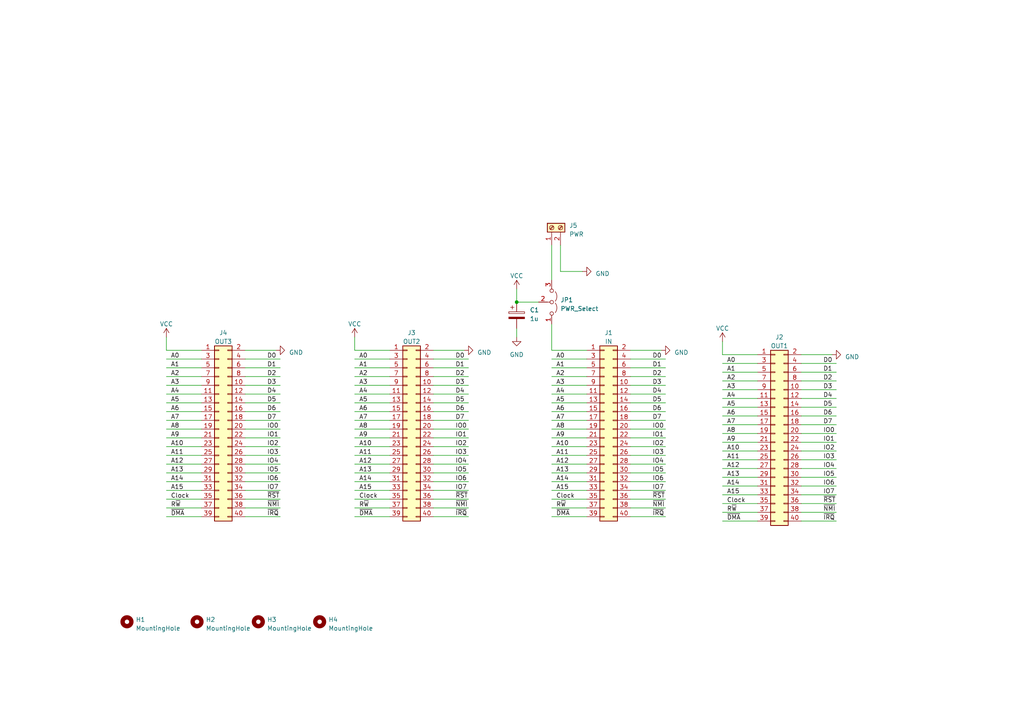
<source format=kicad_sch>
(kicad_sch (version 20230121) (generator eeschema)
  (paper "A4")
  (lib_symbols
    (symbol "Connector:Screw_Terminal_01x02" (pin_names (offset 1.016) hide)
      (property "Reference" "J" (at 0 2.54 0))
      (property "Value" "Screw_Terminal_01x02" (at 0 -5.08 0))
      (symbol "Screw_Terminal_01x02_1_1"
        (rectangle (start -1.27 1.27) (end 1.27 -3.81) (stroke (width 0.254)) (fill (type background)))
        (circle (center 0 -2.54) (radius 0.635) (stroke (width 0.1524)))
        (polyline (pts (xy -0.5334 -2.2098) (xy 0.3302 -3.048)) (stroke (width 0.1524)))
        (polyline (pts (xy -0.5334 0.3302) (xy 0.3302 -0.508)) (stroke (width 0.1524)))
        (polyline (pts (xy -0.3556 -2.032) (xy 0.508 -2.8702)) (stroke (width 0.1524)))
        (polyline (pts (xy -0.3556 0.508) (xy 0.508 -0.3302)) (stroke (width 0.1524)))
        (circle (center 0 0) (radius 0.635) (stroke (width 0.1524)))
        (pin passive line (at -5.08 0 0) (length 3.81) (name "Pin_1") (number "1"))
        (pin passive line (at -5.08 -2.54 0) (length 3.81) (name "Pin_2") (number "2"))
      )
    )
    (symbol "Connector_Generic:Conn_02x20_Odd_Even" (pin_names (offset 1.016) hide)
      (property "Reference" "J" (at 1.27 25.4 0))
      (property "Value" "Conn_02x20_Odd_Even" (at 1.27 -27.94 0))
      (symbol "Conn_02x20_Odd_Even_1_1"
        (rectangle (start -1.27 -25.273) (end 0 -25.527) (stroke (width 0.1524)))
        (rectangle (start -1.27 -22.733) (end 0 -22.987) (stroke (width 0.1524)))
        (rectangle (start -1.27 -20.193) (end 0 -20.447) (stroke (width 0.1524)))
        (rectangle (start -1.27 -17.653) (end 0 -17.907) (stroke (width 0.1524)))
        (rectangle (start -1.27 -15.113) (end 0 -15.367) (stroke (width 0.1524)))
        (rectangle (start -1.27 -12.573) (end 0 -12.827) (stroke (width 0.1524)))
        (rectangle (start -1.27 -10.033) (end 0 -10.287) (stroke (width 0.1524)))
        (rectangle (start -1.27 -7.493) (end 0 -7.747) (stroke (width 0.1524)))
        (rectangle (start -1.27 -4.953) (end 0 -5.207) (stroke (width 0.1524)))
        (rectangle (start -1.27 -2.413) (end 0 -2.667) (stroke (width 0.1524)))
        (rectangle (start -1.27 0.127) (end 0 -0.127) (stroke (width 0.1524)))
        (rectangle (start -1.27 2.667) (end 0 2.413) (stroke (width 0.1524)))
        (rectangle (start -1.27 5.207) (end 0 4.953) (stroke (width 0.1524)))
        (rectangle (start -1.27 7.747) (end 0 7.493) (stroke (width 0.1524)))
        (rectangle (start -1.27 10.287) (end 0 10.033) (stroke (width 0.1524)))
        (rectangle (start -1.27 12.827) (end 0 12.573) (stroke (width 0.1524)))
        (rectangle (start -1.27 15.367) (end 0 15.113) (stroke (width 0.1524)))
        (rectangle (start -1.27 17.907) (end 0 17.653) (stroke (width 0.1524)))
        (rectangle (start -1.27 20.447) (end 0 20.193) (stroke (width 0.1524)))
        (rectangle (start -1.27 22.987) (end 0 22.733) (stroke (width 0.1524)))
        (rectangle (start -1.27 24.13) (end 3.81 -26.67) (stroke (width 0.254)) (fill (type background)))
        (rectangle (start 3.81 -25.273) (end 2.54 -25.527) (stroke (width 0.1524)))
        (rectangle (start 3.81 -22.733) (end 2.54 -22.987) (stroke (width 0.1524)))
        (rectangle (start 3.81 -20.193) (end 2.54 -20.447) (stroke (width 0.1524)))
        (rectangle (start 3.81 -17.653) (end 2.54 -17.907) (stroke (width 0.1524)))
        (rectangle (start 3.81 -15.113) (end 2.54 -15.367) (stroke (width 0.1524)))
        (rectangle (start 3.81 -12.573) (end 2.54 -12.827) (stroke (width 0.1524)))
        (rectangle (start 3.81 -10.033) (end 2.54 -10.287) (stroke (width 0.1524)))
        (rectangle (start 3.81 -7.493) (end 2.54 -7.747) (stroke (width 0.1524)))
        (rectangle (start 3.81 -4.953) (end 2.54 -5.207) (stroke (width 0.1524)))
        (rectangle (start 3.81 -2.413) (end 2.54 -2.667) (stroke (width 0.1524)))
        (rectangle (start 3.81 0.127) (end 2.54 -0.127) (stroke (width 0.1524)))
        (rectangle (start 3.81 2.667) (end 2.54 2.413) (stroke (width 0.1524)))
        (rectangle (start 3.81 5.207) (end 2.54 4.953) (stroke (width 0.1524)))
        (rectangle (start 3.81 7.747) (end 2.54 7.493) (stroke (width 0.1524)))
        (rectangle (start 3.81 10.287) (end 2.54 10.033) (stroke (width 0.1524)))
        (rectangle (start 3.81 12.827) (end 2.54 12.573) (stroke (width 0.1524)))
        (rectangle (start 3.81 15.367) (end 2.54 15.113) (stroke (width 0.1524)))
        (rectangle (start 3.81 17.907) (end 2.54 17.653) (stroke (width 0.1524)))
        (rectangle (start 3.81 20.447) (end 2.54 20.193) (stroke (width 0.1524)))
        (rectangle (start 3.81 22.987) (end 2.54 22.733) (stroke (width 0.1524)))
        (pin passive line (at -5.08 22.86 0) (length 3.81) (name "Pin_1") (number "1"))
        (pin passive line (at 7.62 12.7 180) (length 3.81) (name "Pin_10") (number "10"))
        (pin passive line (at -5.08 10.16 0) (length 3.81) (name "Pin_11") (number "11"))
        (pin passive line (at 7.62 10.16 180) (length 3.81) (name "Pin_12") (number "12"))
        (pin passive line (at -5.08 7.62 0) (length 3.81) (name "Pin_13") (number "13"))
        (pin passive line (at 7.62 7.62 180) (length 3.81) (name "Pin_14") (number "14"))
        (pin passive line (at -5.08 5.08 0) (length 3.81) (name "Pin_15") (number "15"))
        (pin passive line (at 7.62 5.08 180) (length 3.81) (name "Pin_16") (number "16"))
        (pin passive line (at -5.08 2.54 0) (length 3.81) (name "Pin_17") (number "17"))
        (pin passive line (at 7.62 2.54 180) (length 3.81) (name "Pin_18") (number "18"))
        (pin passive line (at -5.08 0 0) (length 3.81) (name "Pin_19") (number "19"))
        (pin passive line (at 7.62 22.86 180) (length 3.81) (name "Pin_2") (number "2"))
        (pin passive line (at 7.62 0 180) (length 3.81) (name "Pin_20") (number "20"))
        (pin passive line (at -5.08 -2.54 0) (length 3.81) (name "Pin_21") (number "21"))
        (pin passive line (at 7.62 -2.54 180) (length 3.81) (name "Pin_22") (number "22"))
        (pin passive line (at -5.08 -5.08 0) (length 3.81) (name "Pin_23") (number "23"))
        (pin passive line (at 7.62 -5.08 180) (length 3.81) (name "Pin_24") (number "24"))
        (pin passive line (at -5.08 -7.62 0) (length 3.81) (name "Pin_25") (number "25"))
        (pin passive line (at 7.62 -7.62 180) (length 3.81) (name "Pin_26") (number "26"))
        (pin passive line (at -5.08 -10.16 0) (length 3.81) (name "Pin_27") (number "27"))
        (pin passive line (at 7.62 -10.16 180) (length 3.81) (name "Pin_28") (number "28"))
        (pin passive line (at -5.08 -12.7 0) (length 3.81) (name "Pin_29") (number "29"))
        (pin passive line (at -5.08 20.32 0) (length 3.81) (name "Pin_3") (number "3"))
        (pin passive line (at 7.62 -12.7 180) (length 3.81) (name "Pin_30") (number "30"))
        (pin passive line (at -5.08 -15.24 0) (length 3.81) (name "Pin_31") (number "31"))
        (pin passive line (at 7.62 -15.24 180) (length 3.81) (name "Pin_32") (number "32"))
        (pin passive line (at -5.08 -17.78 0) (length 3.81) (name "Pin_33") (number "33"))
        (pin passive line (at 7.62 -17.78 180) (length 3.81) (name "Pin_34") (number "34"))
        (pin passive line (at -5.08 -20.32 0) (length 3.81) (name "Pin_35") (number "35"))
        (pin passive line (at 7.62 -20.32 180) (length 3.81) (name "Pin_36") (number "36"))
        (pin passive line (at -5.08 -22.86 0) (length 3.81) (name "Pin_37") (number "37"))
        (pin passive line (at 7.62 -22.86 180) (length 3.81) (name "Pin_38") (number "38"))
        (pin passive line (at -5.08 -25.4 0) (length 3.81) (name "Pin_39") (number "39"))
        (pin passive line (at 7.62 20.32 180) (length 3.81) (name "Pin_4") (number "4"))
        (pin passive line (at 7.62 -25.4 180) (length 3.81) (name "Pin_40") (number "40"))
        (pin passive line (at -5.08 17.78 0) (length 3.81) (name "Pin_5") (number "5"))
        (pin passive line (at 7.62 17.78 180) (length 3.81) (name "Pin_6") (number "6"))
        (pin passive line (at -5.08 15.24 0) (length 3.81) (name "Pin_7") (number "7"))
        (pin passive line (at 7.62 15.24 180) (length 3.81) (name "Pin_8") (number "8"))
        (pin passive line (at -5.08 12.7 0) (length 3.81) (name "Pin_9") (number "9"))
      )
    )
    (symbol "Device:C_Polarized" (pin_numbers hide) (pin_names (offset 0.254))
      (property "Reference" "C" (at 0.635 2.54 0))
      (property "Value" "C_Polarized" (at 0.635 -2.54 0))
      (symbol "C_Polarized_0_1"
        (rectangle (start -2.286 0.508) (end 2.286 1.016))
        (polyline (pts (xy -1.778 2.286) (xy -0.762 2.286)))
        (polyline (pts (xy -1.27 2.794) (xy -1.27 1.778)))
        (rectangle (start 2.286 -0.508) (end -2.286 -1.016) (fill (type outline)))
      )
      (symbol "C_Polarized_1_1"
        (pin passive line (at 0 3.81 270) (length 2.794) (name "~") (number "1"))
        (pin passive line (at 0 -3.81 90) (length 2.794) (name "~") (number "2"))
      )
    )
    (symbol "Jumper:Jumper_3_Open" (pin_names (offset 0) hide)
      (property "Reference" "JP" (at -2.54 -2.54 0))
      (property "Value" "Jumper_3_Open" (at 0 2.794 0))
      (symbol "Jumper_3_Open_0_0"
        (circle (center -3.302 0) (radius 0.508))
        (circle (center 0 0) (radius 0.508))
        (circle (center 3.302 0) (radius 0.508))
      )
      (symbol "Jumper_3_Open_0_1"
        (arc (start -0.254 1.016) (mid -1.651 1.4992) (end -3.048 1.016))
        (polyline (pts (xy 0 -0.508) (xy 0 -1.27)))
        (arc (start 3.048 1.016) (mid 1.651 1.4992) (end 0.254 1.016))
      )
      (symbol "Jumper_3_Open_1_1"
        (pin passive line (at -6.35 0 0) (length 2.54) (name "A") (number "1"))
        (pin passive line (at 0 -3.81 90) (length 2.54) (name "C") (number "2"))
        (pin passive line (at 6.35 0 180) (length 2.54) (name "B") (number "3"))
      )
    )
    (symbol "Mechanical:MountingHole" (pin_names (offset 1.016))
      (property "Reference" "H" (at 0 5.08 0))
      (property "Value" "MountingHole" (at 0 3.175 0))
      (symbol "MountingHole_0_1"
        (circle (center 0 0) (radius 1.27) (stroke (width 1.27)))
      )
    )
    (symbol "power:GND" (power) (pin_names (offset 0))
      (property "Value" "GND" (at 0 -3.81 0))
      (symbol "GND_0_1"
        (polyline (pts (xy 0 0) (xy 0 -1.27) (xy 1.27 -1.27) (xy 0 -2.54) (xy -1.27 -1.27) (xy 0 -1.27)))
      )
      (symbol "GND_1_1"
        (pin power_in line (at 0 0 270) (length 0) hide (name "GND") (number "1"))
      )
    )
    (symbol "power:VCC" (power) (pin_names (offset 0))
      (property "Value" "VCC" (at 0 3.81 0))
      (symbol "VCC_0_1"
        (polyline (pts (xy -0.762 1.27) (xy 0 2.54)))
        (polyline (pts (xy 0 0) (xy 0 2.54)))
        (polyline (pts (xy 0 2.54) (xy 0.762 1.27)))
      )
      (symbol "VCC_1_1"
        (pin power_in line (at 0 0 90) (length 0) hide (name "VCC") (number "1"))
      )
    )
  )
  (junction (at 149.86 87.63))
  (wire (pts (xy 209.55 118.11) (xy 219.71 118.11)))
  (wire (pts (xy 209.55 146.05) (xy 219.71 146.05)))
  (wire (pts (xy 71.12 116.84) (xy 81.28 116.84)))
  (wire (pts (xy 160.02 132.08) (xy 170.18 132.08)))
  (wire (pts (xy 102.87 97.79) (xy 102.87 101.6)))
  (wire (pts (xy 160.02 101.6) (xy 170.18 101.6)))
  (wire (pts (xy 125.73 129.54) (xy 135.89 129.54)))
  (wire (pts (xy 71.12 106.68) (xy 81.28 106.68)))
  (wire (pts (xy 48.26 119.38) (xy 58.42 119.38)))
  (wire (pts (xy 160.02 71.12) (xy 160.02 81.28)))
  (wire (pts (xy 209.55 123.19) (xy 219.71 123.19)))
  (wire (pts (xy 102.87 139.7) (xy 113.03 139.7)))
  (wire (pts (xy 125.73 124.46) (xy 135.89 124.46)))
  (wire (pts (xy 125.73 111.76) (xy 135.89 111.76)))
  (wire (pts (xy 191.77 101.6) (xy 182.88 101.6)))
  (wire (pts (xy 71.12 139.7) (xy 81.28 139.7)))
  (wire (pts (xy 160.02 147.32) (xy 170.18 147.32)))
  (wire (pts (xy 182.88 104.14) (xy 193.04 104.14)))
  (wire (pts (xy 160.02 106.68) (xy 170.18 106.68)))
  (wire (pts (xy 48.26 124.46) (xy 58.42 124.46)))
  (wire (pts (xy 182.88 114.3) (xy 193.04 114.3)))
  (wire (pts (xy 156.21 87.63) (xy 149.86 87.63)))
  (wire (pts (xy 209.55 133.35) (xy 219.71 133.35)))
  (wire (pts (xy 48.26 134.62) (xy 58.42 134.62)))
  (wire (pts (xy 102.87 147.32) (xy 113.03 147.32)))
  (wire (pts (xy 162.56 78.74) (xy 168.91 78.74)))
  (wire (pts (xy 102.87 144.78) (xy 113.03 144.78)))
  (wire (pts (xy 232.41 130.81) (xy 242.57 130.81)))
  (wire (pts (xy 160.02 129.54) (xy 170.18 129.54)))
  (wire (pts (xy 182.88 137.16) (xy 193.04 137.16)))
  (wire (pts (xy 209.55 130.81) (xy 219.71 130.81)))
  (wire (pts (xy 232.41 146.05) (xy 242.57 146.05)))
  (wire (pts (xy 71.12 129.54) (xy 81.28 129.54)))
  (wire (pts (xy 102.87 104.14) (xy 113.03 104.14)))
  (wire (pts (xy 48.26 101.6) (xy 58.42 101.6)))
  (wire (pts (xy 232.41 133.35) (xy 242.57 133.35)))
  (wire (pts (xy 232.41 138.43) (xy 242.57 138.43)))
  (wire (pts (xy 125.73 106.68) (xy 135.89 106.68)))
  (wire (pts (xy 125.73 116.84) (xy 135.89 116.84)))
  (wire (pts (xy 48.26 104.14) (xy 58.42 104.14)))
  (wire (pts (xy 232.41 140.97) (xy 242.57 140.97)))
  (wire (pts (xy 209.55 143.51) (xy 219.71 143.51)))
  (wire (pts (xy 182.88 134.62) (xy 193.04 134.62)))
  (wire (pts (xy 102.87 119.38) (xy 113.03 119.38)))
  (wire (pts (xy 232.41 135.89) (xy 242.57 135.89)))
  (wire (pts (xy 48.26 149.86) (xy 58.42 149.86)))
  (wire (pts (xy 182.88 142.24) (xy 193.04 142.24)))
  (wire (pts (xy 102.87 106.68) (xy 113.03 106.68)))
  (wire (pts (xy 125.73 121.92) (xy 135.89 121.92)))
  (wire (pts (xy 182.88 147.32) (xy 193.04 147.32)))
  (wire (pts (xy 102.87 129.54) (xy 113.03 129.54)))
  (wire (pts (xy 125.73 104.14) (xy 135.89 104.14)))
  (wire (pts (xy 160.02 134.62) (xy 170.18 134.62)))
  (wire (pts (xy 48.26 127) (xy 58.42 127)))
  (wire (pts (xy 134.62 101.6) (xy 125.73 101.6)))
  (wire (pts (xy 160.02 93.98) (xy 160.02 101.6)))
  (wire (pts (xy 232.41 123.19) (xy 242.57 123.19)))
  (wire (pts (xy 232.41 118.11) (xy 242.57 118.11)))
  (wire (pts (xy 160.02 124.46) (xy 170.18 124.46)))
  (wire (pts (xy 160.02 149.86) (xy 170.18 149.86)))
  (wire (pts (xy 232.41 115.57) (xy 242.57 115.57)))
  (wire (pts (xy 160.02 121.92) (xy 170.18 121.92)))
  (wire (pts (xy 125.73 144.78) (xy 135.89 144.78)))
  (wire (pts (xy 182.88 119.38) (xy 193.04 119.38)))
  (wire (pts (xy 182.88 132.08) (xy 193.04 132.08)))
  (wire (pts (xy 160.02 114.3) (xy 170.18 114.3)))
  (wire (pts (xy 182.88 111.76) (xy 193.04 111.76)))
  (wire (pts (xy 125.73 119.38) (xy 135.89 119.38)))
  (wire (pts (xy 71.12 144.78) (xy 81.28 144.78)))
  (wire (pts (xy 48.26 137.16) (xy 58.42 137.16)))
  (wire (pts (xy 209.55 128.27) (xy 219.71 128.27)))
  (wire (pts (xy 71.12 149.86) (xy 81.28 149.86)))
  (wire (pts (xy 48.26 116.84) (xy 58.42 116.84)))
  (wire (pts (xy 125.73 149.86) (xy 135.89 149.86)))
  (wire (pts (xy 71.12 137.16) (xy 81.28 137.16)))
  (wire (pts (xy 149.86 87.63) (xy 149.86 83.82)))
  (wire (pts (xy 102.87 132.08) (xy 113.03 132.08)))
  (wire (pts (xy 209.55 138.43) (xy 219.71 138.43)))
  (wire (pts (xy 160.02 116.84) (xy 170.18 116.84)))
  (wire (pts (xy 48.26 114.3) (xy 58.42 114.3)))
  (wire (pts (xy 71.12 124.46) (xy 81.28 124.46)))
  (wire (pts (xy 71.12 132.08) (xy 81.28 132.08)))
  (wire (pts (xy 160.02 127) (xy 170.18 127)))
  (wire (pts (xy 102.87 121.92) (xy 113.03 121.92)))
  (wire (pts (xy 48.26 106.68) (xy 58.42 106.68)))
  (wire (pts (xy 209.55 105.41) (xy 219.71 105.41)))
  (wire (pts (xy 160.02 137.16) (xy 170.18 137.16)))
  (wire (pts (xy 71.12 142.24) (xy 81.28 142.24)))
  (wire (pts (xy 232.41 128.27) (xy 242.57 128.27)))
  (wire (pts (xy 125.73 127) (xy 135.89 127)))
  (wire (pts (xy 125.73 142.24) (xy 135.89 142.24)))
  (wire (pts (xy 71.12 111.76) (xy 81.28 111.76)))
  (wire (pts (xy 232.41 107.95) (xy 242.57 107.95)))
  (wire (pts (xy 48.26 139.7) (xy 58.42 139.7)))
  (wire (pts (xy 209.55 148.59) (xy 219.71 148.59)))
  (wire (pts (xy 232.41 110.49) (xy 242.57 110.49)))
  (wire (pts (xy 80.01 101.6) (xy 71.12 101.6)))
  (wire (pts (xy 162.56 71.12) (xy 162.56 78.74)))
  (wire (pts (xy 71.12 127) (xy 81.28 127)))
  (wire (pts (xy 160.02 111.76) (xy 170.18 111.76)))
  (wire (pts (xy 160.02 142.24) (xy 170.18 142.24)))
  (wire (pts (xy 102.87 142.24) (xy 113.03 142.24)))
  (wire (pts (xy 182.88 144.78) (xy 193.04 144.78)))
  (wire (pts (xy 182.88 109.22) (xy 193.04 109.22)))
  (wire (pts (xy 102.87 116.84) (xy 113.03 116.84)))
  (wire (pts (xy 232.41 105.41) (xy 242.57 105.41)))
  (wire (pts (xy 149.86 97.79) (xy 149.86 95.25)))
  (wire (pts (xy 232.41 113.03) (xy 242.57 113.03)))
  (wire (pts (xy 182.88 127) (xy 193.04 127)))
  (wire (pts (xy 102.87 149.86) (xy 113.03 149.86)))
  (wire (pts (xy 102.87 127) (xy 113.03 127)))
  (wire (pts (xy 160.02 119.38) (xy 170.18 119.38)))
  (wire (pts (xy 160.02 144.78) (xy 170.18 144.78)))
  (wire (pts (xy 125.73 134.62) (xy 135.89 134.62)))
  (wire (pts (xy 48.26 111.76) (xy 58.42 111.76)))
  (wire (pts (xy 182.88 149.86) (xy 193.04 149.86)))
  (wire (pts (xy 209.55 120.65) (xy 219.71 120.65)))
  (wire (pts (xy 209.55 99.06) (xy 209.55 102.87)))
  (wire (pts (xy 48.26 144.78) (xy 58.42 144.78)))
  (wire (pts (xy 71.12 147.32) (xy 81.28 147.32)))
  (wire (pts (xy 48.26 142.24) (xy 58.42 142.24)))
  (wire (pts (xy 232.41 120.65) (xy 242.57 120.65)))
  (wire (pts (xy 102.87 111.76) (xy 113.03 111.76)))
  (wire (pts (xy 71.12 134.62) (xy 81.28 134.62)))
  (wire (pts (xy 125.73 109.22) (xy 135.89 109.22)))
  (wire (pts (xy 48.26 132.08) (xy 58.42 132.08)))
  (wire (pts (xy 160.02 109.22) (xy 170.18 109.22)))
  (wire (pts (xy 209.55 107.95) (xy 219.71 107.95)))
  (wire (pts (xy 209.55 135.89) (xy 219.71 135.89)))
  (wire (pts (xy 102.87 101.6) (xy 113.03 101.6)))
  (wire (pts (xy 125.73 132.08) (xy 135.89 132.08)))
  (wire (pts (xy 232.41 151.13) (xy 242.57 151.13)))
  (wire (pts (xy 71.12 119.38) (xy 81.28 119.38)))
  (wire (pts (xy 232.41 125.73) (xy 242.57 125.73)))
  (wire (pts (xy 71.12 109.22) (xy 81.28 109.22)))
  (wire (pts (xy 209.55 140.97) (xy 219.71 140.97)))
  (wire (pts (xy 209.55 113.03) (xy 219.71 113.03)))
  (wire (pts (xy 209.55 102.87) (xy 219.71 102.87)))
  (wire (pts (xy 102.87 137.16) (xy 113.03 137.16)))
  (wire (pts (xy 71.12 121.92) (xy 81.28 121.92)))
  (wire (pts (xy 102.87 109.22) (xy 113.03 109.22)))
  (wire (pts (xy 48.26 121.92) (xy 58.42 121.92)))
  (wire (pts (xy 125.73 114.3) (xy 135.89 114.3)))
  (wire (pts (xy 48.26 129.54) (xy 58.42 129.54)))
  (wire (pts (xy 71.12 104.14) (xy 81.28 104.14)))
  (wire (pts (xy 160.02 104.14) (xy 170.18 104.14)))
  (wire (pts (xy 182.88 106.68) (xy 193.04 106.68)))
  (wire (pts (xy 71.12 114.3) (xy 81.28 114.3)))
  (wire (pts (xy 182.88 116.84) (xy 193.04 116.84)))
  (wire (pts (xy 209.55 125.73) (xy 219.71 125.73)))
  (wire (pts (xy 182.88 121.92) (xy 193.04 121.92)))
  (wire (pts (xy 232.41 143.51) (xy 242.57 143.51)))
  (wire (pts (xy 209.55 151.13) (xy 219.71 151.13)))
  (wire (pts (xy 160.02 139.7) (xy 170.18 139.7)))
  (wire (pts (xy 48.26 109.22) (xy 58.42 109.22)))
  (wire (pts (xy 125.73 137.16) (xy 135.89 137.16)))
  (wire (pts (xy 182.88 139.7) (xy 193.04 139.7)))
  (wire (pts (xy 182.88 124.46) (xy 193.04 124.46)))
  (wire (pts (xy 209.55 115.57) (xy 219.71 115.57)))
  (wire (pts (xy 125.73 147.32) (xy 135.89 147.32)))
  (wire (pts (xy 182.88 129.54) (xy 193.04 129.54)))
  (wire (pts (xy 48.26 147.32) (xy 58.42 147.32)))
  (wire (pts (xy 209.55 110.49) (xy 219.71 110.49)))
  (wire (pts (xy 241.3 102.87) (xy 232.41 102.87)))
  (wire (pts (xy 48.26 97.79) (xy 48.26 101.6)))
  (wire (pts (xy 232.41 148.59) (xy 242.57 148.59)))
  (wire (pts (xy 125.73 139.7) (xy 135.89 139.7)))
  (wire (pts (xy 102.87 124.46) (xy 113.03 124.46)))
  (wire (pts (xy 102.87 134.62) (xy 113.03 134.62)))
  (wire (pts (xy 102.87 114.3) (xy 113.03 114.3)))
  (label "IO5" (at 132.08 137.16 0))
  (label "IO1" (at 77.47 127 0))
  (label "R~{W}" (at 49.53 147.32 0))
  (label "A2" (at 49.53 109.22 0))
  (label "IO7" (at 132.08 142.24 0))
  (label "IO1" (at 132.08 127 0))
  (label "A2" (at 161.29 109.22 0))
  (label "A5" (at 210.82 118.11 0))
  (label "Clock" (at 210.82 146.05 0))
  (label "A9" (at 210.82 128.27 0))
  (label "D5" (at 77.47 116.84 0))
  (label "A8" (at 210.82 125.73 0))
  (label "A7" (at 49.53 121.92 0))
  (label "A14" (at 49.53 139.7 0))
  (label "~{IRQ}" (at 77.47 149.86 0))
  (label "D7" (at 189.23 121.92 0))
  (label "A15" (at 104.14 142.24 0))
  (label "~{RST}" (at 238.76 146.05 0))
  (label "A4" (at 104.14 114.3 0))
  (label "D4" (at 132.08 114.3 0))
  (label "~{IRQ}" (at 132.08 149.86 0))
  (label "D3" (at 189.23 111.76 0))
  (label "~{DMA}" (at 49.53 149.86 0))
  (label "A8" (at 161.29 124.46 0))
  (label "A1" (at 210.82 107.95 0))
  (label "D4" (at 77.47 114.3 0))
  (label "A0" (at 210.82 105.41 0))
  (label "R~{W}" (at 104.14 147.32 0))
  (label "A2" (at 210.82 110.49 0))
  (label "IO1" (at 238.76 128.27 0))
  (label "D6" (at 132.08 119.38 0))
  (label "D1" (at 189.23 106.68 0))
  (label "A9" (at 161.29 127 0))
  (label "D4" (at 238.76 115.57 0))
  (label "IO4" (at 189.23 134.62 0))
  (label "IO4" (at 238.76 135.89 0))
  (label "A1" (at 104.14 106.68 0))
  (label "A10" (at 210.82 130.81 0))
  (label "IO0" (at 132.08 124.46 0))
  (label "D1" (at 132.08 106.68 0))
  (label "IO5" (at 77.47 137.16 0))
  (label "IO2" (at 189.23 129.54 0))
  (label "~{RST}" (at 77.47 144.78 0))
  (label "A5" (at 49.53 116.84 0))
  (label "A6" (at 161.29 119.38 0))
  (label "A9" (at 104.14 127 0))
  (label "A7" (at 161.29 121.92 0))
  (label "D6" (at 77.47 119.38 0))
  (label "A13" (at 210.82 138.43 0))
  (label "D1" (at 238.76 107.95 0))
  (label "A8" (at 49.53 124.46 0))
  (label "A6" (at 210.82 120.65 0))
  (label "~{IRQ}" (at 238.76 151.13 0))
  (label "A14" (at 104.14 139.7 0))
  (label "A6" (at 49.53 119.38 0))
  (label "~{RST}" (at 132.08 144.78 0))
  (label "A11" (at 104.14 132.08 0))
  (label "IO2" (at 238.76 130.81 0))
  (label "A14" (at 161.29 139.7 0))
  (label "A12" (at 104.14 134.62 0))
  (label "IO0" (at 238.76 125.73 0))
  (label "R~{W}" (at 210.82 148.59 0))
  (label "~{RST}" (at 189.23 144.78 0))
  (label "IO4" (at 77.47 134.62 0))
  (label "IO5" (at 238.76 138.43 0))
  (label "D0" (at 132.08 104.14 0))
  (label "A10" (at 161.29 129.54 0))
  (label "D4" (at 189.23 114.3 0))
  (label "D5" (at 238.76 118.11 0))
  (label "IO6" (at 77.47 139.7 0))
  (label "A11" (at 210.82 133.35 0))
  (label "A0" (at 104.14 104.14 0))
  (label "A4" (at 49.53 114.3 0))
  (label "Clock" (at 49.53 144.78 0))
  (label "IO5" (at 189.23 137.16 0))
  (label "A2" (at 104.14 109.22 0))
  (label "D3" (at 132.08 111.76 0))
  (label "IO4" (at 132.08 134.62 0))
  (label "A12" (at 210.82 135.89 0))
  (label "A14" (at 210.82 140.97 0))
  (label "A3" (at 210.82 113.03 0))
  (label "A5" (at 161.29 116.84 0))
  (label "D2" (at 132.08 109.22 0))
  (label "A8" (at 104.14 124.46 0))
  (label "A5" (at 104.14 116.84 0))
  (label "~{NMI}" (at 77.47 147.32 0))
  (label "A1" (at 161.29 106.68 0))
  (label "IO6" (at 189.23 139.7 0))
  (label "D7" (at 132.08 121.92 0))
  (label "D2" (at 238.76 110.49 0))
  (label "IO0" (at 77.47 124.46 0))
  (label "A3" (at 104.14 111.76 0))
  (label "IO3" (at 189.23 132.08 0))
  (label "D6" (at 238.76 120.65 0))
  (label "IO2" (at 77.47 129.54 0))
  (label "D5" (at 132.08 116.84 0))
  (label "A10" (at 49.53 129.54 0))
  (label "D1" (at 77.47 106.68 0))
  (label "D0" (at 77.47 104.14 0))
  (label "D3" (at 238.76 113.03 0))
  (label "D7" (at 77.47 121.92 0))
  (label "A4" (at 161.29 114.3 0))
  (label "IO7" (at 238.76 143.51 0))
  (label "D2" (at 77.47 109.22 0))
  (label "D5" (at 189.23 116.84 0))
  (label "IO3" (at 77.47 132.08 0))
  (label "A15" (at 161.29 142.24 0))
  (label "A13" (at 49.53 137.16 0))
  (label "D7" (at 238.76 123.19 0))
  (label "R~{W}" (at 161.29 147.32 0))
  (label "~{DMA}" (at 210.82 151.13 0))
  (label "~{DMA}" (at 161.29 149.86 0))
  (label "Clock" (at 104.14 144.78 0))
  (label "IO6" (at 238.76 140.97 0))
  (label "A4" (at 210.82 115.57 0))
  (label "A3" (at 161.29 111.76 0))
  (label "A11" (at 49.53 132.08 0))
  (label "~{NMI}" (at 132.08 147.32 0))
  (label "A12" (at 49.53 134.62 0))
  (label "~{DMA}" (at 104.14 149.86 0))
  (label "A9" (at 49.53 127 0))
  (label "IO7" (at 77.47 142.24 0))
  (label "IO6" (at 132.08 139.7 0))
  (label "D3" (at 77.47 111.76 0))
  (label "A12" (at 161.29 134.62 0))
  (label "A11" (at 161.29 132.08 0))
  (label "D2" (at 189.23 109.22 0))
  (label "A15" (at 49.53 142.24 0))
  (label "A0" (at 49.53 104.14 0))
  (label "~{IRQ}" (at 189.23 149.86 0))
  (label "A15" (at 210.82 143.51 0))
  (label "D0" (at 189.23 104.14 0))
  (label "Clock" (at 161.29 144.78 0))
  (label "IO2" (at 132.08 129.54 0))
  (label "IO3" (at 238.76 133.35 0))
  (label "A13" (at 104.14 137.16 0))
  (label "~{NMI}" (at 189.23 147.32 0))
  (label "A0" (at 161.29 104.14 0))
  (label "D0" (at 238.76 105.41 0))
  (label "IO3" (at 132.08 132.08 0))
  (label "IO0" (at 189.23 124.46 0))
  (label "IO1" (at 189.23 127 0))
  (label "A3" (at 49.53 111.76 0))
  (label "A7" (at 210.82 123.19 0))
  (label "A10" (at 104.14 129.54 0))
  (label "~{NMI}" (at 238.76 148.59 0))
  (label "D6" (at 189.23 119.38 0))
  (label "A13" (at 161.29 137.16 0))
  (label "IO7" (at 189.23 142.24 0))
  (label "A1" (at 49.53 106.68 0))
  (label "A7" (at 104.14 121.92 0))
  (label "A6" (at 104.14 119.38 0))
  (symbol (lib_id "power:GND") (at 134.62 101.6 90) (unit 1)
    (property "Reference" "#PWR06" (effects hide))
    (property "Value" "GND" (at 138.43 102.235 90) (effects (justify right)))
  )
  (symbol (lib_id "Connector:Screw_Terminal_01x02") (at 160.02 66.04 90) (unit 1)
    (property "Reference" "J5" (at 165.1 65.405 90) (effects (justify right)))
    (property "Value" "PWR" (at 165.1 67.945 90) (effects (justify right)))
    (property "Footprint" "TerminalBlock:TerminalBlock_Altech_AK300-2_P5.00mm" (effects hide))
  )
  (symbol (lib_id "Mechanical:MountingHole") (at 57.15 180.34 0) (unit 1)
    (property "Reference" "H2" (at 59.69 179.705 0) (effects (justify left)))
    (property "Value" "MountingHole" (at 59.69 182.245 0) (effects (justify left)))
    (property "Footprint" "MountingHole:MountingHole_2.5mm" (effects hide))
  )
  (symbol (lib_id "Mechanical:MountingHole") (at 36.83 180.34 0) (unit 1)
    (property "Reference" "H1" (at 39.37 179.705 0) (effects (justify left)))
    (property "Value" "MountingHole" (at 39.37 182.245 0) (effects (justify left)))
    (property "Footprint" "MountingHole:MountingHole_2.5mm" (effects hide))
  )
  (symbol (lib_id "Mechanical:MountingHole") (at 92.71 180.34 0) (unit 1)
    (property "Reference" "H4" (at 95.25 179.705 0) (effects (justify left)))
    (property "Value" "MountingHole" (at 95.25 182.245 0) (effects (justify left)))
    (property "Footprint" "MountingHole:MountingHole_2.5mm" (effects hide))
  )
  (symbol (lib_id "Connector_Generic:Conn_02x20_Odd_Even") (at 63.5 124.46 0) (unit 1)
    (property "Reference" "J4" (at 64.77 96.52 0))
    (property "Value" "OUT3" (at 64.77 99.06 0))
    (property "Footprint" "Connector_PinSocket_2.54mm:PinSocket_2x20_P2.54mm_Vertical" (effects hide))
  )
  (symbol (lib_id "Mechanical:MountingHole") (at 74.93 180.34 0) (unit 1)
    (property "Reference" "H3" (at 77.47 179.705 0) (effects (justify left)))
    (property "Value" "MountingHole" (at 77.47 182.245 0) (effects (justify left)))
    (property "Footprint" "MountingHole:MountingHole_2.5mm" (effects hide))
  )
  (symbol (lib_id "power:VCC") (at 102.87 97.79 0) (unit 1)
    (property "Reference" "#PWR05" (effects hide))
    (property "Value" "VCC" (at 102.87 93.98 0))
  )
  (symbol (lib_id "power:GND") (at 168.91 78.74 90) (unit 1)
    (property "Reference" "#PWR09" (effects hide))
    (property "Value" "GND" (at 172.72 79.375 90) (effects (justify right)))
  )
  (symbol (lib_id "power:GND") (at 241.3 102.87 90) (unit 1)
    (property "Reference" "#PWR04" (effects hide))
    (property "Value" "GND" (at 245.11 103.505 90) (effects (justify right)))
  )
  (symbol (lib_id "power:GND") (at 149.86 97.79 0) (unit 1)
    (property "Reference" "#PWR010" (effects hide))
    (property "Value" "GND" (at 149.86 102.87 0))
  )
  (symbol (lib_id "power:VCC") (at 209.55 99.06 0) (unit 1)
    (property "Reference" "#PWR03" (effects hide))
    (property "Value" "VCC" (at 209.55 95.25 0))
  )
  (symbol (lib_id "Connector_Generic:Conn_02x20_Odd_Even") (at 224.79 125.73 0) (unit 1)
    (property "Reference" "J2" (at 226.06 97.79 0))
    (property "Value" "OUT1" (at 226.06 100.33 0))
    (property "Footprint" "Connector_PinHeader_2.54mm:PinHeader_2x20_P2.54mm_Vertical" (effects hide))
  )
  (symbol (lib_id "power:VCC") (at 149.86 83.82 0) (mirror y) (unit 1)
    (property "Reference" "#PWR01" (effects hide))
    (property "Value" "VCC" (at 149.86 80.01 0))
  )
  (symbol (lib_id "power:GND") (at 80.01 101.6 90) (unit 1)
    (property "Reference" "#PWR08" (effects hide))
    (property "Value" "GND" (at 83.82 102.235 90) (effects (justify right)))
  )
  (symbol (lib_id "power:VCC") (at 48.26 97.79 0) (unit 1)
    (property "Reference" "#PWR07" (effects hide))
    (property "Value" "VCC" (at 48.26 93.98 0))
  )
  (symbol (lib_id "Device:C_Polarized") (at 149.86 91.44 0) (unit 1)
    (property "Reference" "C1" (at 153.67 89.916 0) (effects (justify left)))
    (property "Value" "1u" (at 153.67 92.456 0) (effects (justify left)))
    (property "Footprint" "Capacitor_THT:C_Radial_D8.0mm_H7.0mm_P3.50mm" (effects hide))
  )
  (symbol (lib_id "Jumper:Jumper_3_Open") (at 160.02 87.63 270) (mirror x) (unit 1)
    (property "Reference" "JP1" (at 162.56 86.995 90) (effects (justify left)))
    (property "Value" "PWR_Select" (at 162.56 89.535 90) (effects (justify left)))
    (property "Footprint" "Connector_PinHeader_2.54mm:PinHeader_1x03_P2.54mm_Vertical" (effects hide))
  )
  (symbol (lib_id "Connector_Generic:Conn_02x20_Odd_Even") (at 175.26 124.46 0) (unit 1)
    (property "Reference" "J1" (at 176.53 96.52 0))
    (property "Value" "IN" (at 176.53 99.06 0))
    (property "Footprint" "Connector_PinHeader_2.54mm:PinHeader_2x20_P2.54mm_Vertical" (effects hide))
  )
  (symbol (lib_id "power:GND") (at 191.77 101.6 90) (unit 1)
    (property "Reference" "#PWR02" (effects hide))
    (property "Value" "GND" (at 195.58 102.235 90) (effects (justify right)))
  )
  (symbol (lib_id "Connector_Generic:Conn_02x20_Odd_Even") (at 118.11 124.46 0) (unit 1)
    (property "Reference" "J3" (at 119.38 96.52 0))
    (property "Value" "OUT2" (at 119.38 99.06 0))
    (property "Footprint" "Connector_PinSocket_2.54mm:PinSocket_2x20_P2.54mm_Vertical" (effects hide))
  )
)
</source>
